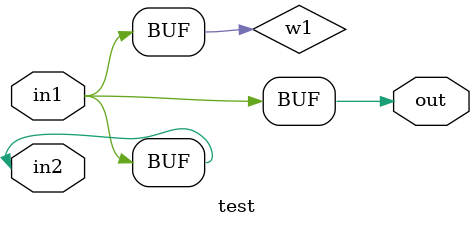
<source format=v>
module test(input in1, in2, output out);

//Y shaped buffers
wire w1, w2, w3;
assign w1 = in1;
assign w1 = in2;
assign out = w1;
endmodule

</source>
